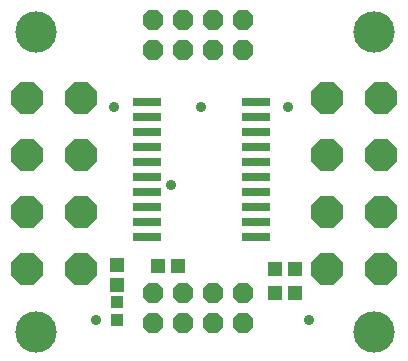
<source format=gts>
G75*
%MOIN*%
%OFA0B0*%
%FSLAX25Y25*%
%IPPOS*%
%LPD*%
%AMOC8*
5,1,8,0,0,1.08239X$1,22.5*
%
%ADD10C,0.13800*%
%ADD11R,0.09461X0.03162*%
%ADD12R,0.05131X0.04737*%
%ADD13OC8,0.10800*%
%ADD14R,0.03950X0.03950*%
%ADD15R,0.04737X0.05131*%
%ADD16OC8,0.06800*%
%ADD17C,0.03600*%
D10*
X0012250Y0012250D03*
X0012250Y0112250D03*
X0124750Y0112250D03*
X0124750Y0012250D03*
D11*
X0085360Y0043750D03*
X0085360Y0048750D03*
X0085360Y0053750D03*
X0085360Y0058750D03*
X0085360Y0063750D03*
X0085360Y0068750D03*
X0085360Y0073750D03*
X0085360Y0078750D03*
X0085360Y0083750D03*
X0085360Y0088750D03*
X0049140Y0088750D03*
X0049140Y0083750D03*
X0049140Y0078750D03*
X0049140Y0073750D03*
X0049140Y0068750D03*
X0049140Y0063750D03*
X0049140Y0058750D03*
X0049140Y0053750D03*
X0049140Y0048750D03*
X0049140Y0043750D03*
D12*
X0052904Y0034250D03*
X0059596Y0034250D03*
X0091904Y0033250D03*
X0098596Y0033250D03*
X0098596Y0025250D03*
X0091904Y0025250D03*
D13*
X0109250Y0033250D03*
X0127250Y0033250D03*
X0127250Y0052250D03*
X0109250Y0052250D03*
X0109250Y0071250D03*
X0127250Y0071250D03*
X0127250Y0090250D03*
X0109250Y0090250D03*
X0027250Y0090250D03*
X0009250Y0090250D03*
X0009250Y0071250D03*
X0027250Y0071250D03*
X0027250Y0052250D03*
X0009250Y0052250D03*
X0009250Y0033250D03*
X0027250Y0033250D03*
D14*
X0039250Y0022203D03*
X0039250Y0016297D03*
D15*
X0039250Y0027904D03*
X0039250Y0034596D03*
D16*
X0051250Y0025250D03*
X0061250Y0025250D03*
X0061250Y0015250D03*
X0051250Y0015250D03*
X0071250Y0015250D03*
X0081250Y0015250D03*
X0081250Y0025250D03*
X0071250Y0025250D03*
X0071250Y0106250D03*
X0081250Y0106250D03*
X0081250Y0116250D03*
X0071250Y0116250D03*
X0061250Y0116250D03*
X0051250Y0116250D03*
X0051250Y0106250D03*
X0061250Y0106250D03*
D17*
X0067250Y0087250D03*
X0057250Y0061250D03*
X0038250Y0087250D03*
X0096250Y0087250D03*
X0103250Y0016250D03*
X0032250Y0016250D03*
M02*

</source>
